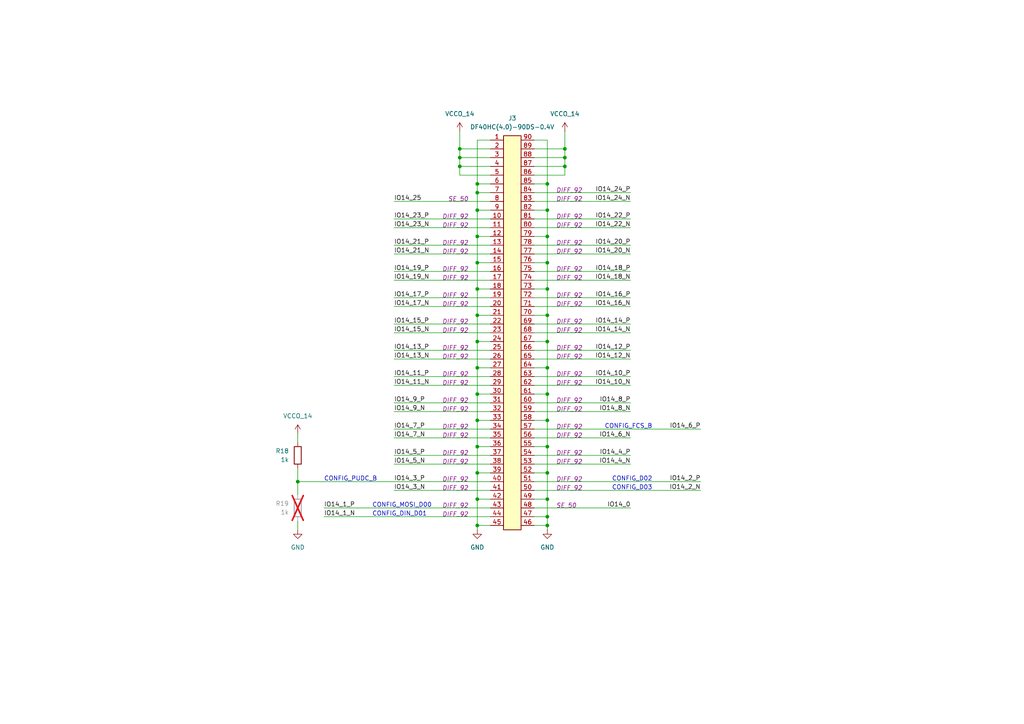
<source format=kicad_sch>
(kicad_sch (version 20250114) (generator "eeschema") (generator_version "9.0")
  (paper "A4")
  (title_block (title "nuku.carrier.template.bare / core-north-14") (date "2025-06-09") (rev "0") (company "Samuel López Asunción") (comment 1 "@supersmau"))
  (lib_symbols
    (symbol "DF40HC(4.0)-90DS-0.4V_1"
      (property "Reference" "J" (at 0 3.81 0))
      (property "Value" "DF40HC(4.0)-90DS-0.4V" (at 0 1.27 0))
      (symbol "DF40HC(4.0)-90DS-0.4V_1_0_1"
        (rectangle (start 0 0) (end 5.08 -114.3) (stroke (width 0.254)) (fill (type background)))
      )
      (symbol "DF40HC(4.0)-90DS-0.4V_1_1_1"
        (pin passive line (at -3.81 -1.27 0) (length 3.81) (name "") (number "1"))
        (pin passive line (at -3.81 -3.81 0) (length 3.81) (name "") (number "2"))
        (pin passive line (at -3.81 -6.35 0) (length 3.81) (name "") (number "3"))
        (pin passive line (at -3.81 -8.89 0) (length 3.81) (name "") (number "4"))
        (pin passive line (at -3.81 -11.43 0) (length 3.81) (name "") (number "5"))
        (pin passive line (at -3.81 -13.97 0) (length 3.81) (name "") (number "6"))
        (pin passive line (at -3.81 -16.51 0) (length 3.81) (name "") (number "7"))
        (pin passive line (at -3.81 -19.05 0) (length 3.81) (name "") (number "8"))
        (pin passive line (at -3.81 -21.59 0) (length 3.81) (name "") (number "9"))
        (pin passive line (at -3.81 -24.13 0) (length 3.81) (name "") (number "10"))
        (pin passive line (at -3.81 -26.67 0) (length 3.81) (name "") (number "11"))
        (pin passive line (at -3.81 -29.21 0) (length 3.81) (name "") (number "12"))
        (pin passive line (at -3.81 -31.75 0) (length 3.81) (name "") (number "13"))
        (pin passive line (at -3.81 -34.29 0) (length 3.81) (name "") (number "14"))
        (pin passive line (at -3.81 -36.83 0) (length 3.81) (name "") (number "15"))
        (pin passive line (at -3.81 -39.37 0) (length 3.81) (name "") (number "16"))
        (pin passive line (at -3.81 -41.91 0) (length 3.81) (name "") (number "17"))
        (pin passive line (at -3.81 -44.45 0) (length 3.81) (name "") (number "18"))
        (pin passive line (at -3.81 -46.99 0) (length 3.81) (name "") (number "19"))
        (pin passive line (at -3.81 -49.53 0) (length 3.81) (name "") (number "20"))
        (pin passive line (at -3.81 -52.07 0) (length 3.81) (name "") (number "21"))
        (pin passive line (at -3.81 -54.61 0) (length 3.81) (name "") (number "22"))
        (pin passive line (at -3.81 -57.15 0) (length 3.81) (name "") (number "23"))
        (pin passive line (at -3.81 -59.69 0) (length 3.81) (name "") (number "24"))
        (pin passive line (at -3.81 -62.23 0) (length 3.81) (name "") (number "25"))
        (pin passive line (at -3.81 -64.77 0) (length 3.81) (name "") (number "26"))
        (pin passive line (at -3.81 -67.31 0) (length 3.81) (name "") (number "27"))
        (pin passive line (at -3.81 -69.85 0) (length 3.81) (name "") (number "28"))
        (pin passive line (at -3.81 -72.39 0) (length 3.81) (name "") (number "29"))
        (pin passive line (at -3.81 -74.93 0) (length 3.81) (name "") (number "30"))
        (pin passive line (at -3.81 -77.47 0) (length 3.81) (name "") (number "31"))
        (pin passive line (at -3.81 -80.01 0) (length 3.81) (name "") (number "32"))
        (pin passive line (at -3.81 -82.55 0) (length 3.81) (name "") (number "33"))
        (pin passive line (at -3.81 -85.09 0) (length 3.81) (name "") (number "34"))
        (pin passive line (at -3.81 -87.63 0) (length 3.81) (name "") (number "35"))
        (pin passive line (at -3.81 -90.17 0) (length 3.81) (name "") (number "36"))
        (pin passive line (at -3.81 -92.71 0) (length 3.81) (name "") (number "37"))
        (pin passive line (at -3.81 -95.25 0) (length 3.81) (name "") (number "38"))
        (pin passive line (at -3.81 -97.79 0) (length 3.81) (name "") (number "39"))
        (pin passive line (at -3.81 -100.33 0) (length 3.81) (name "") (number "40"))
        (pin passive line (at -3.81 -102.87 0) (length 3.81) (name "") (number "41"))
        (pin passive line (at -3.81 -105.41 0) (length 3.81) (name "") (number "42"))
        (pin passive line (at -3.81 -107.95 0) (length 3.81) (name "") (number "43"))
        (pin passive line (at -3.81 -110.49 0) (length 3.81) (name "") (number "44"))
        (pin passive line (at -3.81 -113.03 0) (length 3.81) (name "") (number "45"))
        (pin passive line (at 8.89 -1.27 180) (length 3.81) (name "") (number "90"))
        (pin passive line (at 8.89 -3.81 180) (length 3.81) (name "") (number "89"))
        (pin passive line (at 8.89 -6.35 180) (length 3.81) (name "") (number "88"))
        (pin passive line (at 8.89 -8.89 180) (length 3.81) (name "") (number "87"))
        (pin passive line (at 8.89 -11.43 180) (length 3.81) (name "") (number "86"))
        (pin passive line (at 8.89 -13.97 180) (length 3.81) (name "") (number "85"))
        (pin passive line (at 8.89 -16.51 180) (length 3.81) (name "") (number "84"))
        (pin passive line (at 8.89 -19.05 180) (length 3.81) (name "") (number "83"))
        (pin passive line (at 8.89 -21.59 180) (length 3.81) (name "") (number "82"))
        (pin passive line (at 8.89 -24.13 180) (length 3.81) (name "") (number "81"))
        (pin passive line (at 8.89 -26.67 180) (length 3.81) (name "") (number "80"))
        (pin passive line (at 8.89 -29.21 180) (length 3.81) (name "") (number "79"))
        (pin passive line (at 8.89 -31.75 180) (length 3.81) (name "") (number "78"))
        (pin passive line (at 8.89 -34.29 180) (length 3.81) (name "") (number "77"))
        (pin passive line (at 8.89 -36.83 180) (length 3.81) (name "") (number "76"))
        (pin passive line (at 8.89 -39.37 180) (length 3.81) (name "") (number "75"))
        (pin passive line (at 8.89 -41.91 180) (length 3.81) (name "") (number "74"))
        (pin passive line (at 8.89 -44.45 180) (length 3.81) (name "") (number "73"))
        (pin passive line (at 8.89 -46.99 180) (length 3.81) (name "") (number "72"))
        (pin passive line (at 8.89 -49.53 180) (length 3.81) (name "") (number "71"))
        (pin passive line (at 8.89 -52.07 180) (length 3.81) (name "") (number "70"))
        (pin passive line (at 8.89 -54.61 180) (length 3.81) (name "") (number "69"))
        (pin passive line (at 8.89 -57.15 180) (length 3.81) (name "") (number "68"))
        (pin passive line (at 8.89 -59.69 180) (length 3.81) (name "") (number "67"))
        (pin passive line (at 8.89 -62.23 180) (length 3.81) (name "") (number "66"))
        (pin passive line (at 8.89 -64.77 180) (length 3.81) (name "") (number "65"))
        (pin passive line (at 8.89 -67.31 180) (length 3.81) (name "") (number "64"))
        (pin passive line (at 8.89 -69.85 180) (length 3.81) (name "") (number "63"))
        (pin passive line (at 8.89 -72.39 180) (length 3.81) (name "") (number "62"))
        (pin passive line (at 8.89 -74.93 180) (length 3.81) (name "") (number "61"))
        (pin passive line (at 8.89 -77.47 180) (length 3.81) (name "") (number "60"))
        (pin passive line (at 8.89 -80.01 180) (length 3.81) (name "") (number "59"))
        (pin passive line (at 8.89 -82.55 180) (length 3.81) (name "") (number "58"))
        (pin passive line (at 8.89 -85.09 180) (length 3.81) (name "") (number "57"))
        (pin passive line (at 8.89 -87.63 180) (length 3.81) (name "") (number "56"))
        (pin passive line (at 8.89 -90.17 180) (length 3.81) (name "") (number "55"))
        (pin passive line (at 8.89 -92.71 180) (length 3.81) (name "") (number "54"))
        (pin passive line (at 8.89 -95.25 180) (length 3.81) (name "") (number "53"))
        (pin passive line (at 8.89 -97.79 180) (length 3.81) (name "") (number "52"))
        (pin passive line (at 8.89 -100.33 180) (length 3.81) (name "") (number "51"))
        (pin passive line (at 8.89 -102.87 180) (length 3.81) (name "") (number "50"))
        (pin passive line (at 8.89 -105.41 180) (length 3.81) (name "") (number "49"))
        (pin passive line (at 8.89 -107.95 180) (length 3.81) (name "") (number "48"))
        (pin passive line (at 8.89 -110.49 180) (length 3.81) (name "") (number "47"))
        (pin passive line (at 8.89 -113.03 180) (length 3.81) (name "") (number "46"))
      )
    )
    (symbol "Device:R" (pin_numbers (hide yes)) (pin_names (offset 0))
      (property "Reference" "R" (at 2.032 0 90))
      (property "Value" "R" (at 0 0 90))
      (symbol "R_0_1"
        (rectangle (start -1.016 -2.54) (end 1.016 2.54) (stroke (width 0.254)))
      )
      (symbol "R_1_1"
        (pin passive line (at 0 3.81 270) (length 1.27) (name "~") (number "1"))
        (pin passive line (at 0 -3.81 90) (length 1.27) (name "~") (number "2"))
      )
    )
    (symbol "power:GND" (power) (pin_numbers (hide yes)) (pin_names (offset 0) (hide yes))
      (property "Value" "GND" (at 0 -3.81 0))
      (symbol "GND_0_1"
        (polyline (pts (xy 0 0) (xy 0 -1.27) (xy 1.27 -1.27) (xy 0 -2.54) (xy -1.27 -1.27) (xy 0 -1.27)))
      )
      (symbol "GND_1_1"
        (pin power_in line (at 0 0 270) (length 0) (name "~") (number "1"))
      )
    )
    (symbol "power:VCC" (power) (pin_numbers (hide yes)) (pin_names (offset 0) (hide yes))
      (property "Value" "VCC" (at 0 3.556 0))
      (symbol "VCC_0_1"
        (polyline (pts (xy -0.762 1.27) (xy 0 2.54)))
        (polyline (pts (xy 0 2.54) (xy 0.762 1.27)))
        (polyline (pts (xy 0 0) (xy 0 2.54)))
      )
      (symbol "VCC_1_1"
        (pin power_in line (at 0 0 90) (length 0) (name "~") (number "1"))
      )
    )
  )
  (text "CONFIG_DIN_D01" (at 107.95 149.86 0) (effects (font (size 1.27 1.27)) (justify left bottom)))
  (text "CONFIG_D02" (at 189.23 139.7 0) (effects (font (size 1.27 1.27)) (justify right bottom)))
  (text "CONFIG_D03\n" (at 189.23 142.24 0) (effects (font (size 1.27 1.27)) (justify right bottom)))
  (text "CONFIG_FCS_B" (at 189.23 124.46 0) (effects (font (size 1.27 1.27)) (justify right bottom)))
  (text "CONFIG_PUDC_B" (at 93.98 139.7 0) (effects (font (size 1.27 1.27)) (justify left bottom)))
  (text "CONFIG_MOSI_D00" (at 107.95 147.32 0) (effects (font (size 1.27 1.27)) (justify left bottom)))
  (junction (at 163.83 43.18))
  (junction (at 158.75 106.68))
  (junction (at 138.43 129.54))
  (junction (at 163.83 48.26))
  (junction (at 158.75 149.86))
  (junction (at 158.75 68.58))
  (junction (at 138.43 121.92))
  (junction (at 138.43 83.82))
  (junction (at 138.43 60.96))
  (junction (at 158.75 114.3))
  (junction (at 158.75 53.34))
  (junction (at 133.35 45.72))
  (junction (at 158.75 83.82))
  (junction (at 138.43 152.4))
  (junction (at 138.43 144.78))
  (junction (at 158.75 91.44))
  (junction (at 158.75 76.2))
  (junction (at 138.43 106.68))
  (junction (at 158.75 144.78))
  (junction (at 158.75 137.16))
  (junction (at 158.75 121.92))
  (junction (at 138.43 114.3))
  (junction (at 133.35 48.26))
  (junction (at 158.75 129.54))
  (junction (at 138.43 91.44))
  (junction (at 158.75 60.96))
  (junction (at 158.75 152.4))
  (junction (at 138.43 55.88))
  (junction (at 138.43 99.06))
  (junction (at 133.35 43.18))
  (junction (at 86.36 139.7))
  (junction (at 163.83 45.72))
  (junction (at 138.43 137.16))
  (junction (at 138.43 76.2))
  (junction (at 138.43 68.58))
  (junction (at 158.75 99.06))
  (junction (at 138.43 53.34))
  (wire (pts (xy 154.94 111.76) (xy 182.88 111.76)))
  (wire (pts (xy 158.75 40.64) (xy 158.75 53.34)))
  (wire (pts (xy 154.94 139.7) (xy 203.2 139.7)))
  (wire (pts (xy 138.43 99.06) (xy 138.43 91.44)))
  (wire (pts (xy 158.75 60.96) (xy 154.94 60.96)))
  (wire (pts (xy 154.94 73.66) (xy 182.88 73.66)))
  (wire (pts (xy 138.43 68.58) (xy 142.24 68.58)))
  (wire (pts (xy 114.3 66.04) (xy 142.24 66.04)))
  (wire (pts (xy 138.43 76.2) (xy 138.43 68.58)))
  (wire (pts (xy 138.43 40.64) (xy 138.43 53.34)))
  (wire (pts (xy 154.94 58.42) (xy 182.88 58.42)))
  (wire (pts (xy 154.94 147.32) (xy 182.88 147.32)))
  (wire (pts (xy 86.36 125.73) (xy 86.36 128.27)))
  (wire (pts (xy 114.3 78.74) (xy 142.24 78.74)))
  (wire (pts (xy 158.75 114.3) (xy 158.75 121.92)))
  (wire (pts (xy 158.75 99.06) (xy 158.75 106.68)))
  (wire (pts (xy 154.94 78.74) (xy 182.88 78.74)))
  (wire (pts (xy 154.94 104.14) (xy 182.88 104.14)))
  (wire (pts (xy 154.94 81.28) (xy 182.88 81.28)))
  (wire (pts (xy 138.43 83.82) (xy 138.43 76.2)))
  (wire (pts (xy 138.43 83.82) (xy 142.24 83.82)))
  (wire (pts (xy 158.75 83.82) (xy 158.75 76.2)))
  (wire (pts (xy 133.35 43.18) (xy 133.35 45.72)))
  (wire (pts (xy 158.75 144.78) (xy 158.75 149.86)))
  (wire (pts (xy 114.3 71.12) (xy 142.24 71.12)))
  (wire (pts (xy 158.75 76.2) (xy 158.75 68.58)))
  (wire (pts (xy 142.24 40.64) (xy 138.43 40.64)))
  (wire (pts (xy 138.43 68.58) (xy 138.43 60.96)))
  (wire (pts (xy 154.94 96.52) (xy 182.88 96.52)))
  (wire (pts (xy 154.94 134.62) (xy 182.88 134.62)))
  (wire (pts (xy 114.3 73.66) (xy 142.24 73.66)))
  (wire (pts (xy 158.75 152.4) (xy 158.75 153.67)))
  (wire (pts (xy 114.3 142.24) (xy 142.24 142.24)))
  (wire (pts (xy 154.94 116.84) (xy 182.88 116.84)))
  (wire (pts (xy 138.43 114.3) (xy 142.24 114.3)))
  (wire (pts (xy 114.3 86.36) (xy 142.24 86.36)))
  (wire (pts (xy 138.43 99.06) (xy 138.43 106.68)))
  (wire (pts (xy 158.75 106.68) (xy 158.75 114.3)))
  (wire (pts (xy 114.3 88.9) (xy 142.24 88.9)))
  (wire (pts (xy 138.43 91.44) (xy 142.24 91.44)))
  (wire (pts (xy 138.43 60.96) (xy 142.24 60.96)))
  (wire (pts (xy 154.94 86.36) (xy 182.88 86.36)))
  (wire (pts (xy 158.75 129.54) (xy 154.94 129.54)))
  (wire (pts (xy 158.75 91.44) (xy 154.94 91.44)))
  (wire (pts (xy 138.43 55.88) (xy 142.24 55.88)))
  (wire (pts (xy 138.43 53.34) (xy 142.24 53.34)))
  (wire (pts (xy 114.3 81.28) (xy 142.24 81.28)))
  (wire (pts (xy 163.83 48.26) (xy 163.83 45.72)))
  (wire (pts (xy 154.94 93.98) (xy 182.88 93.98)))
  (wire (pts (xy 133.35 45.72) (xy 142.24 45.72)))
  (wire (pts (xy 158.75 144.78) (xy 154.94 144.78)))
  (wire (pts (xy 154.94 101.6) (xy 182.88 101.6)))
  (wire (pts (xy 114.3 63.5) (xy 142.24 63.5)))
  (wire (pts (xy 158.75 99.06) (xy 158.75 91.44)))
  (wire (pts (xy 138.43 76.2) (xy 142.24 76.2)))
  (wire (pts (xy 93.98 147.32) (xy 142.24 147.32)))
  (wire (pts (xy 138.43 137.16) (xy 138.43 144.78)))
  (wire (pts (xy 86.36 139.7) (xy 142.24 139.7)))
  (wire (pts (xy 154.94 63.5) (xy 182.88 63.5)))
  (wire (pts (xy 158.75 137.16) (xy 154.94 137.16)))
  (wire (pts (xy 114.3 119.38) (xy 142.24 119.38)))
  (wire (pts (xy 154.94 48.26) (xy 163.83 48.26)))
  (wire (pts (xy 163.83 43.18) (xy 163.83 45.72)))
  (wire (pts (xy 142.24 106.68) (xy 138.43 106.68)))
  (wire (pts (xy 158.75 129.54) (xy 158.75 137.16)))
  (wire (pts (xy 138.43 99.06) (xy 142.24 99.06)))
  (wire (pts (xy 114.3 132.08) (xy 142.24 132.08)))
  (wire (pts (xy 154.94 132.08) (xy 182.88 132.08)))
  (wire (pts (xy 158.75 68.58) (xy 154.94 68.58)))
  (wire (pts (xy 114.3 93.98) (xy 142.24 93.98)))
  (wire (pts (xy 154.94 142.24) (xy 203.2 142.24)))
  (wire (pts (xy 154.94 106.68) (xy 158.75 106.68)))
  (wire (pts (xy 133.35 50.8) (xy 142.24 50.8)))
  (wire (pts (xy 138.43 144.78) (xy 138.43 152.4)))
  (wire (pts (xy 138.43 60.96) (xy 138.43 55.88)))
  (wire (pts (xy 133.35 50.8) (xy 133.35 48.26)))
  (wire (pts (xy 158.75 53.34) (xy 158.75 60.96)))
  (wire (pts (xy 138.43 129.54) (xy 138.43 137.16)))
  (wire (pts (xy 138.43 137.16) (xy 142.24 137.16)))
  (wire (pts (xy 138.43 144.78) (xy 142.24 144.78)))
  (wire (pts (xy 138.43 55.88) (xy 138.43 53.34)))
  (wire (pts (xy 138.43 114.3) (xy 138.43 121.92)))
  (wire (pts (xy 154.94 40.64) (xy 158.75 40.64)))
  (wire (pts (xy 154.94 124.46) (xy 203.2 124.46)))
  (wire (pts (xy 138.43 106.68) (xy 138.43 114.3)))
  (wire (pts (xy 154.94 45.72) (xy 163.83 45.72)))
  (wire (pts (xy 114.3 111.76) (xy 142.24 111.76)))
  (wire (pts (xy 138.43 152.4) (xy 138.43 153.67)))
  (wire (pts (xy 154.94 109.22) (xy 182.88 109.22)))
  (wire (pts (xy 138.43 91.44) (xy 138.43 83.82)))
  (wire (pts (xy 133.35 43.18) (xy 142.24 43.18)))
  (wire (pts (xy 86.36 139.7) (xy 86.36 143.51)))
  (wire (pts (xy 114.3 58.42) (xy 142.24 58.42)))
  (wire (pts (xy 154.94 71.12) (xy 182.88 71.12)))
  (wire (pts (xy 154.94 88.9) (xy 182.88 88.9)))
  (wire (pts (xy 138.43 121.92) (xy 138.43 129.54)))
  (wire (pts (xy 158.75 152.4) (xy 154.94 152.4)))
  (wire (pts (xy 154.94 50.8) (xy 163.83 50.8)))
  (wire (pts (xy 86.36 135.89) (xy 86.36 139.7)))
  (wire (pts (xy 154.94 119.38) (xy 182.88 119.38)))
  (wire (pts (xy 138.43 152.4) (xy 142.24 152.4)))
  (wire (pts (xy 114.3 116.84) (xy 142.24 116.84)))
  (wire (pts (xy 158.75 53.34) (xy 154.94 53.34)))
  (wire (pts (xy 158.75 137.16) (xy 158.75 144.78)))
  (wire (pts (xy 133.35 48.26) (xy 133.35 45.72)))
  (wire (pts (xy 114.3 104.14) (xy 142.24 104.14)))
  (wire (pts (xy 114.3 134.62) (xy 142.24 134.62)))
  (wire (pts (xy 138.43 129.54) (xy 142.24 129.54)))
  (wire (pts (xy 163.83 38.1) (xy 163.83 43.18)))
  (wire (pts (xy 114.3 109.22) (xy 142.24 109.22)))
  (wire (pts (xy 158.75 121.92) (xy 154.94 121.92)))
  (wire (pts (xy 158.75 121.92) (xy 158.75 129.54)))
  (wire (pts (xy 158.75 99.06) (xy 154.94 99.06)))
  (wire (pts (xy 154.94 43.18) (xy 163.83 43.18)))
  (wire (pts (xy 93.98 149.86) (xy 142.24 149.86)))
  (wire (pts (xy 133.35 38.1) (xy 133.35 43.18)))
  (wire (pts (xy 163.83 50.8) (xy 163.83 48.26)))
  (wire (pts (xy 154.94 127) (xy 182.88 127)))
  (wire (pts (xy 158.75 114.3) (xy 154.94 114.3)))
  (wire (pts (xy 114.3 96.52) (xy 142.24 96.52)))
  (wire (pts (xy 158.75 76.2) (xy 154.94 76.2)))
  (wire (pts (xy 86.36 151.13) (xy 86.36 153.67)))
  (wire (pts (xy 138.43 121.92) (xy 142.24 121.92)))
  (wire (pts (xy 154.94 66.04) (xy 182.88 66.04)))
  (wire (pts (xy 158.75 149.86) (xy 158.75 152.4)))
  (wire (pts (xy 133.35 48.26) (xy 142.24 48.26)))
  (wire (pts (xy 114.3 127) (xy 142.24 127)))
  (wire (pts (xy 154.94 55.88) (xy 182.88 55.88)))
  (wire (pts (xy 158.75 91.44) (xy 158.75 83.82)))
  (wire (pts (xy 114.3 101.6) (xy 142.24 101.6)))
  (wire (pts (xy 114.3 124.46) (xy 142.24 124.46)))
  (wire (pts (xy 154.94 149.86) (xy 158.75 149.86)))
  (wire (pts (xy 158.75 83.82) (xy 154.94 83.82)))
  (wire (pts (xy 158.75 68.58) (xy 158.75 60.96)))
  (label "IO14_10_P" (at 182.88 109.22 180) (property "Netclass" "DIFF_92" (at 161.29 109.22 0) (effects (font (italic yes)) (justify left bottom))))
  (label "IO14_17_N" (at 114.3 88.9 0) (property "Netclass" "DIFF_92" (at 135.89 88.9 0) (effects (font (italic yes)) (justify right bottom))))
  (label "IO14_15_N" (at 114.3 96.52 0) (property "Netclass" "DIFF_92" (at 135.89 96.52 0) (effects (font (italic yes)) (justify right bottom))))
  (label "IO14_17_P" (at 114.3 86.36 0) (property "Netclass" "DIFF_92" (at 135.89 86.36 0) (effects (font (italic yes)) (justify right bottom))))
  (label "IO14_18_P" (at 182.88 78.74 180) (property "Netclass" "DIFF_92" (at 161.29 78.74 0) (effects (font (italic yes)) (justify left bottom))))
  (label "IO14_25" (at 114.3 58.42 0) (property "Netclass" "SE_50" (at 135.89 58.42 0) (effects (font (italic yes)) (justify right bottom))))
  (label "IO14_21_N" (at 114.3 73.66 0) (property "Netclass" "DIFF_92" (at 135.89 73.66 0) (effects (font (italic yes)) (justify right bottom))))
  (label "IO14_12_N" (at 182.88 104.14 180) (property "Netclass" "DIFF_92" (at 161.29 104.14 0) (effects (font (italic yes)) (justify left bottom))))
  (label "IO14_1_P" (at 93.98 147.32 0) (property "Netclass" "DIFF_92" (at 135.89 147.32 0) (effects (font (italic yes)) (justify right bottom))))
  (label "IO14_13_P" (at 114.3 101.6 0) (property "Netclass" "DIFF_92" (at 135.89 101.6 0) (effects (font (italic yes)) (justify right bottom))))
  (label "IO14_11_N" (at 114.3 111.76 0) (property "Netclass" "DIFF_92" (at 135.89 111.76 0) (effects (font (italic yes)) (justify right bottom))))
  (label "IO14_22_N" (at 182.88 66.04 180) (property "Netclass" "DIFF_92" (at 161.29 66.04 0) (effects (font (italic yes)) (justify left bottom))))
  (label "IO14_1_N" (at 93.98 149.86 0) (property "Netclass" "DIFF_92" (at 135.89 149.86 0) (effects (font (italic yes)) (justify right bottom))))
  (label "IO14_23_N" (at 114.3 66.04 0) (property "Netclass" "DIFF_92" (at 135.89 66.04 0) (effects (font (italic yes)) (justify right bottom))))
  (label "IO14_19_N" (at 114.3 81.28 0) (property "Netclass" "DIFF_92" (at 135.89 81.28 0) (effects (font (italic yes)) (justify right bottom))))
  (label "IO14_9_P" (at 114.3 116.84 0) (property "Netclass" "DIFF_92" (at 135.89 116.84 0) (effects (font (italic yes)) (justify right bottom))))
  (label "IO14_6_P" (at 203.2 124.46 180) (property "Netclass" "DIFF_92" (at 161.29 124.46 0) (effects (font (italic yes)) (justify left bottom))))
  (label "IO14_8_N" (at 182.88 119.38 180) (property "Netclass" "DIFF_92" (at 161.29 119.38 0) (effects (font (italic yes)) (justify left bottom))))
  (label "IO14_12_P" (at 182.88 101.6 180) (property "Netclass" "DIFF_92" (at 161.29 101.6 0) (effects (font (italic yes)) (justify left bottom))))
  (label "IO14_7_P" (at 114.3 124.46 0) (property "Netclass" "DIFF_92" (at 135.89 124.46 0) (effects (font (italic yes)) (justify right bottom))))
  (label "IO14_23_P" (at 114.3 63.5 0) (property "Netclass" "DIFF_92" (at 135.89 63.5 0) (effects (font (italic yes)) (justify right bottom))))
  (label "IO14_20_N" (at 182.88 73.66 180) (property "Netclass" "DIFF_92" (at 161.29 73.66 0) (effects (font (italic yes)) (justify left bottom))))
  (label "IO14_19_P" (at 114.3 78.74 0) (property "Netclass" "DIFF_92" (at 135.89 78.74 0) (effects (font (italic yes)) (justify right bottom))))
  (label "IO14_3_P" (at 114.3 139.7 0) (property "Netclass" "DIFF_92" (at 135.89 139.7 0) (effects (font (italic yes)) (justify right bottom))))
  (label "IO14_15_P" (at 114.3 93.98 0) (property "Netclass" "DIFF_92" (at 135.89 93.98 0) (effects (font (italic yes)) (justify right bottom))))
  (label "IO14_16_N" (at 182.88 88.9 180) (property "Netclass" "DIFF_92" (at 161.29 88.9 0) (effects (font (italic yes)) (justify left bottom))))
  (label "IO14_2_P" (at 203.2 139.7 180) (property "Netclass" "DIFF_92" (at 161.29 139.7 0) (effects (font (italic yes)) (justify left bottom))))
  (label "IO14_5_P" (at 114.3 132.08 0) (property "Netclass" "DIFF_92" (at 135.89 132.08 0) (effects (font (italic yes)) (justify right bottom))))
  (label "IO14_4_N" (at 182.88 134.62 180) (property "Netclass" "DIFF_92" (at 161.29 134.62 0) (effects (font (italic yes)) (justify left bottom))))
  (label "IO14_2_N" (at 203.2 142.24 180) (property "Netclass" "DIFF_92" (at 161.29 142.24 0) (effects (font (italic yes)) (justify left bottom))))
  (label "IO14_21_P" (at 114.3 71.12 0) (property "Netclass" "DIFF_92" (at 135.89 71.12 0) (effects (font (italic yes)) (justify right bottom))))
  (label "IO14_5_N" (at 114.3 134.62 0) (property "Netclass" "DIFF_92" (at 135.89 134.62 0) (effects (font (italic yes)) (justify right bottom))))
  (label "IO14_3_N" (at 114.3 142.24 0) (property "Netclass" "DIFF_92" (at 135.89 142.24 0) (effects (font (italic yes)) (justify right bottom))))
  (label "IO14_13_N" (at 114.3 104.14 0) (property "Netclass" "DIFF_92" (at 135.89 104.14 0) (effects (font (italic yes)) (justify right bottom))))
  (label "IO14_14_P" (at 182.88 93.98 180) (property "Netclass" "DIFF_92" (at 161.29 93.98 0) (effects (font (italic yes)) (justify left bottom))))
  (label "IO14_14_N" (at 182.88 96.52 180) (property "Netclass" "DIFF_92" (at 161.29 96.52 0) (effects (font (italic yes)) (justify left bottom))))
  (label "IO14_10_N" (at 182.88 111.76 180) (property "Netclass" "DIFF_92" (at 161.29 111.76 0) (effects (font (italic yes)) (justify left bottom))))
  (label "IO14_7_N" (at 114.3 127 0) (property "Netclass" "DIFF_92" (at 135.89 127 0) (effects (font (italic yes)) (justify right bottom))))
  (label "IO14_0" (at 182.88 147.32 180) (property "Netclass" "SE_50" (at 161.29 147.32 0) (effects (font (italic yes)) (justify left bottom))))
  (label "IO14_16_P" (at 182.88 86.36 180) (property "Netclass" "DIFF_92" (at 161.29 86.36 0) (effects (font (italic yes)) (justify left bottom))))
  (label "IO14_8_P" (at 182.88 116.84 180) (property "Netclass" "DIFF_92" (at 161.29 116.84 0) (effects (font (italic yes)) (justify left bottom))))
  (label "IO14_4_P" (at 182.88 132.08 180) (property "Netclass" "DIFF_92" (at 161.29 132.08 0) (effects (font (italic yes)) (justify left bottom))))
  (label "IO14_11_P" (at 114.3 109.22 0) (property "Netclass" "DIFF_92" (at 135.89 109.22 0) (effects (font (italic yes)) (justify right bottom))))
  (label "IO14_20_P" (at 182.88 71.12 180) (property "Netclass" "DIFF_92" (at 161.29 71.12 0) (effects (font (italic yes)) (justify left bottom))))
  (label "IO14_24_N" (at 182.88 58.42 180) (property "Netclass" "DIFF_92" (at 161.29 58.42 0) (effects (font (italic yes)) (justify left bottom))))
  (label "IO14_24_P" (at 182.88 55.88 180) (property "Netclass" "DIFF_92" (at 161.29 55.88 0) (effects (font (italic yes)) (justify left bottom))))
  (label "IO14_22_P" (at 182.88 63.5 180) (property "Netclass" "DIFF_92" (at 161.29 63.5 0) (effects (font (italic yes)) (justify left bottom))))
  (label "IO14_9_N" (at 114.3 119.38 0) (property "Netclass" "DIFF_92" (at 135.89 119.38 0) (effects (font (italic yes)) (justify right bottom))))
  (label "IO14_6_N" (at 182.88 127 180) (property "Netclass" "DIFF_92" (at 161.29 127 0) (effects (font (italic yes)) (justify left bottom))))
  (label "IO14_18_N" (at 182.88 81.28 180) (property "Netclass" "DIFF_92" (at 161.29 81.28 0) (effects (font (italic yes)) (justify left bottom))))
  (symbol (lib_id "power:VCC") (at 163.83 38.1 0) (unit 1)
    (property "Reference" "#PWR014" (effects (hide yes)))
    (property "Value" "VCCO_14" (at 163.83 33.02 0))
    (property "Description" "Power symbol creates a global label with name \"VCC\"" (effects (hide yes)))
  )
  (symbol (lib_id "power:GND") (at 158.75 153.67 0) (mirror y) (unit 1)
    (property "Reference" "#PWR018" (effects (hide yes)))
    (property "Value" "GND" (at 158.75 158.75 0))
    (property "Description" "Power symbol creates a global label with name \"GND\" , ground" (effects (hide yes)))
  )
  (symbol (lib_id "power:GND") (at 86.36 153.67 0) (mirror y) (unit 1)
    (property "Reference" "#PWR062" (effects (hide yes)))
    (property "Value" "GND" (at 86.36 158.75 0))
    (property "Description" "Power symbol creates a global label with name \"GND\" , ground" (effects (hide yes)))
  )
  (symbol (lib_id "Device:R") (at 86.36 147.32 0) (mirror x) (unit 1) (in_bom no) (dnp yes)
    (property "Reference" "R19" (at 83.82 146.0499 0) (effects (justify right)))
    (property "Value" "1k" (at 83.82 148.5899 0) (effects (justify right)))
    (property "Footprint" "Resistor_SMD:R_0402_1005Metric" (effects (hide yes)))
    (property "Description" "Resistor" (effects (hide yes)))
    (property "LCSC" "C11702" (effects (hide yes)))
  )
  (symbol (lib_name "DF40HC(4.0)-90DS-0.4V_1") (lib_id "nuku:DF40HC(4.0)-90DS-0.4V") (at 146.05 39.37 0) (unit 1)
    (property "Reference" "J3" (at 148.59 34.29 0))
    (property "Value" "DF40HC(4.0)-90DS-0.4V" (at 148.59 36.83 0))
    (property "Footprint" "nuku:DF40HC(4.0)-90DS-0.4V" (effects (hide yes)))
    (property "Datasheet" "https://www.lcsc.com/datasheet/lcsc_datasheet_2006112253_HRS-Hirose-DF40HC-4-0-90DS-0-4V-51_C597947.pdf" (effects (hide yes)))
    (property "LCSC" "C597947" (effects (hide yes)))
  )
  (symbol (lib_id "Device:R") (at 86.36 132.08 0) (mirror x) (unit 1)
    (property "Reference" "R18" (at 83.82 130.8099 0) (effects (justify right)))
    (property "Value" "1k" (at 83.82 133.3499 0) (effects (justify right)))
    (property "Footprint" "Resistor_SMD:R_0402_1005Metric" (effects (hide yes)))
    (property "Description" "Resistor" (effects (hide yes)))
    (property "LCSC" "C11702" (effects (hide yes)))
  )
  (symbol (lib_id "power:VCC") (at 86.36 125.73 0) (mirror y) (unit 1)
    (property "Reference" "#PWR060" (effects (hide yes)))
    (property "Value" "VCCO_14" (at 86.36 120.65 0))
    (property "Description" "Power symbol creates a global label with name \"VCC\"" (effects (hide yes)))
  )
  (symbol (lib_id "power:GND") (at 138.43 153.67 0) (unit 1)
    (property "Reference" "#PWR017" (effects (hide yes)))
    (property "Value" "GND" (at 138.43 158.75 0))
    (property "Description" "Power symbol creates a global label with name \"GND\" , ground" (effects (hide yes)))
  )
  (symbol (lib_id "power:VCC") (at 133.35 38.1 0) (unit 1)
    (property "Reference" "#PWR013" (effects (hide yes)))
    (property "Value" "VCCO_14" (at 133.35 33.02 0))
    (property "Description" "Power symbol creates a global label with name \"VCC\"" (effects (hide yes)))
  )
)
</source>
